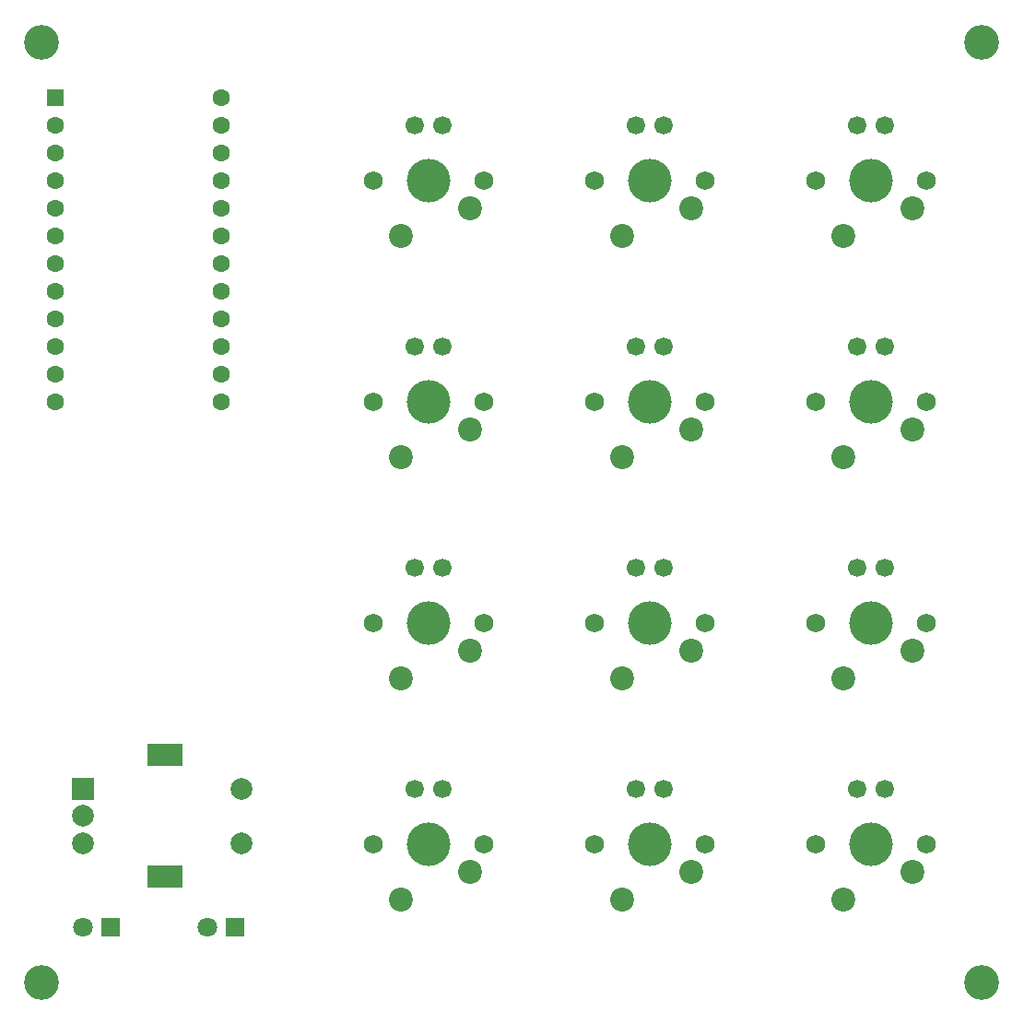
<source format=gbr>
%TF.GenerationSoftware,KiCad,Pcbnew,(5.1.9)-1*%
%TF.CreationDate,2021-05-08T01:25:36+09:00*%
%TF.ProjectId,EncKiboard_V2,456e634b-6962-46f6-9172-645f56322e6b,rev?*%
%TF.SameCoordinates,Original*%
%TF.FileFunction,Soldermask,Bot*%
%TF.FilePolarity,Negative*%
%FSLAX46Y46*%
G04 Gerber Fmt 4.6, Leading zero omitted, Abs format (unit mm)*
G04 Created by KiCad (PCBNEW (5.1.9)-1) date 2021-05-08 01:25:36*
%MOMM*%
%LPD*%
G01*
G04 APERTURE LIST*
%ADD10C,3.200000*%
%ADD11C,1.690600*%
%ADD12C,2.200000*%
%ADD13C,1.750000*%
%ADD14C,4.000000*%
%ADD15C,1.600000*%
%ADD16R,1.600000X1.600000*%
%ADD17R,2.000000X2.000000*%
%ADD18C,2.000000*%
%ADD19R,3.200000X2.000000*%
%ADD20C,1.800000*%
%ADD21R,1.800000X1.800000*%
G04 APERTURE END LIST*
D10*
%TO.C,M3*%
X110490000Y-151130000D03*
%TD*%
%TO.C,M3*%
X196850000Y-151130000D03*
%TD*%
%TO.C,M3*%
X196850000Y-64770000D03*
%TD*%
%TO.C,M3*%
X110490000Y-64770000D03*
%TD*%
D11*
%TO.C,U12*%
X185420000Y-133350000D03*
X187960000Y-133350000D03*
D12*
X184150000Y-143510000D03*
X190500000Y-140970000D03*
D13*
X181610000Y-138430000D03*
X191770000Y-138430000D03*
D14*
X186690000Y-138430000D03*
%TD*%
D11*
%TO.C,U11*%
X185420000Y-113030000D03*
X187960000Y-113030000D03*
D12*
X184150000Y-123190000D03*
X190500000Y-120650000D03*
D13*
X181610000Y-118110000D03*
X191770000Y-118110000D03*
D14*
X186690000Y-118110000D03*
%TD*%
D11*
%TO.C,U10*%
X185420000Y-92710000D03*
X187960000Y-92710000D03*
D12*
X184150000Y-102870000D03*
X190500000Y-100330000D03*
D13*
X181610000Y-97790000D03*
X191770000Y-97790000D03*
D14*
X186690000Y-97790000D03*
%TD*%
D11*
%TO.C,U9*%
X185420000Y-72390000D03*
X187960000Y-72390000D03*
D12*
X184150000Y-82550000D03*
X190500000Y-80010000D03*
D13*
X181610000Y-77470000D03*
X191770000Y-77470000D03*
D14*
X186690000Y-77470000D03*
%TD*%
D11*
%TO.C,U8*%
X165100000Y-133350000D03*
X167640000Y-133350000D03*
D12*
X163830000Y-143510000D03*
X170180000Y-140970000D03*
D13*
X161290000Y-138430000D03*
X171450000Y-138430000D03*
D14*
X166370000Y-138430000D03*
%TD*%
D11*
%TO.C,U7*%
X165100000Y-113030000D03*
X167640000Y-113030000D03*
D12*
X163830000Y-123190000D03*
X170180000Y-120650000D03*
D13*
X161290000Y-118110000D03*
X171450000Y-118110000D03*
D14*
X166370000Y-118110000D03*
%TD*%
D11*
%TO.C,U6*%
X165100000Y-92710000D03*
X167640000Y-92710000D03*
D12*
X163830000Y-102870000D03*
X170180000Y-100330000D03*
D13*
X161290000Y-97790000D03*
X171450000Y-97790000D03*
D14*
X166370000Y-97790000D03*
%TD*%
D11*
%TO.C,U5*%
X165100000Y-72390000D03*
X167640000Y-72390000D03*
D12*
X163830000Y-82550000D03*
X170180000Y-80010000D03*
D13*
X161290000Y-77470000D03*
X171450000Y-77470000D03*
D14*
X166370000Y-77470000D03*
%TD*%
D11*
%TO.C,U4*%
X144780000Y-133350000D03*
X147320000Y-133350000D03*
D12*
X143510000Y-143510000D03*
X149860000Y-140970000D03*
D13*
X140970000Y-138430000D03*
X151130000Y-138430000D03*
D14*
X146050000Y-138430000D03*
%TD*%
D11*
%TO.C,U3*%
X144780000Y-113030000D03*
X147320000Y-113030000D03*
D12*
X143510000Y-123190000D03*
X149860000Y-120650000D03*
D13*
X140970000Y-118110000D03*
X151130000Y-118110000D03*
D14*
X146050000Y-118110000D03*
%TD*%
D11*
%TO.C,U2*%
X144780000Y-92710000D03*
X147320000Y-92710000D03*
D12*
X143510000Y-102870000D03*
X149860000Y-100330000D03*
D13*
X140970000Y-97790000D03*
X151130000Y-97790000D03*
D14*
X146050000Y-97790000D03*
%TD*%
D11*
%TO.C,U1*%
X144780000Y-72390000D03*
X147320000Y-72390000D03*
D12*
X143510000Y-82550000D03*
X149860000Y-80010000D03*
D13*
X140970000Y-77470000D03*
X151130000Y-77470000D03*
D14*
X146050000Y-77470000D03*
%TD*%
D15*
%TO.C,U0*%
X127000000Y-69850000D03*
X127000000Y-72390000D03*
X127000000Y-74930000D03*
X127000000Y-77470000D03*
X127000000Y-80010000D03*
X127000000Y-82550000D03*
X127000000Y-85090000D03*
X127000000Y-87630000D03*
X127000000Y-90170000D03*
X127000000Y-92710000D03*
X127000000Y-95250000D03*
X127000000Y-97790000D03*
X111760000Y-97790000D03*
X111760000Y-95250000D03*
X111760000Y-92710000D03*
X111760000Y-90170000D03*
X111760000Y-87630000D03*
X111760000Y-85090000D03*
X111760000Y-82550000D03*
X111760000Y-80010000D03*
X111760000Y-77470000D03*
X111760000Y-74930000D03*
X111760000Y-72390000D03*
D16*
X111760000Y-69850000D03*
%TD*%
D17*
%TO.C,SW1*%
X114300000Y-133350000D03*
D18*
X114300000Y-135850000D03*
X114300000Y-138350000D03*
D19*
X121800000Y-130250000D03*
X121800000Y-141450000D03*
D18*
X128800000Y-133350000D03*
X128800000Y-138350000D03*
%TD*%
D20*
%TO.C,D2*%
X114300000Y-146050000D03*
D21*
X116840000Y-146050000D03*
%TD*%
D20*
%TO.C,D1*%
X125730000Y-146050000D03*
D21*
X128270000Y-146050000D03*
%TD*%
M02*

</source>
